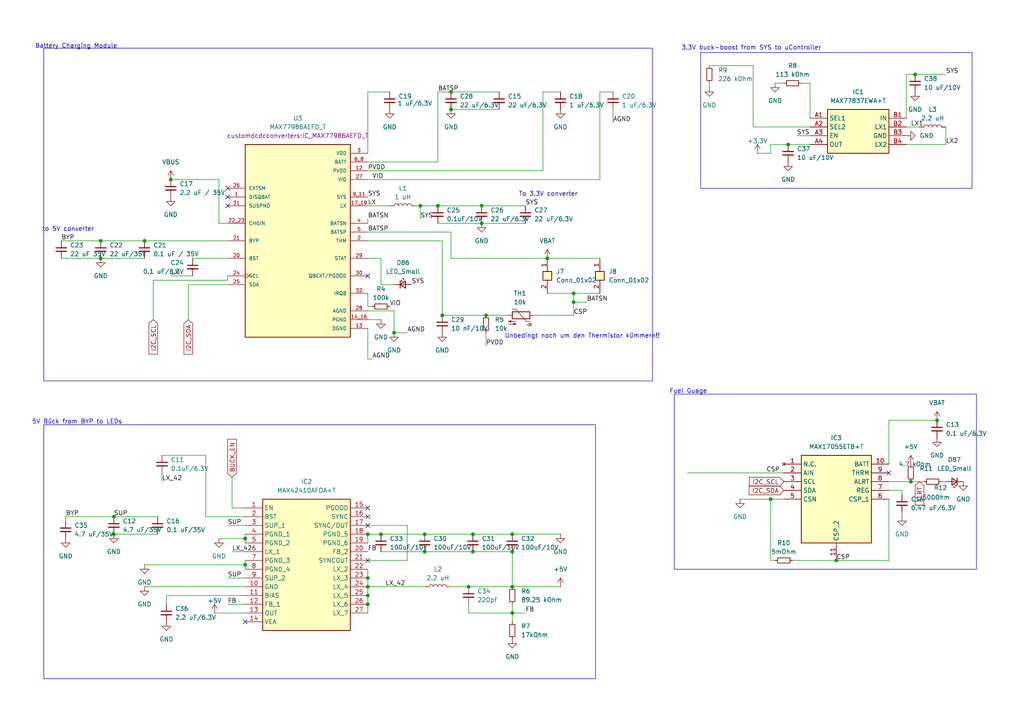
<source format=kicad_sch>
(kicad_sch (version 20231120) (generator "eeschema") (generator_version "8.0")
  (paper "A4")
  (lib_symbols
    (symbol "Conn_01x02_1" (pin_names (offset 1.016) hide)
      (property "Reference" "J7" (at 2.54 0.0001 0))
      (property "Value" "Conn_01x02" (at 2.54 -2.5399 0))
      (symbol "Conn_01x02_1_1_1"
        (rectangle (start -1.27 0) (end 1.27 -2.54) (stroke (width 0.254)) (fill (type background)))
        (pin passive line (at 0 3.81 270) (length 3.81) (name "Pin_1") (number "1"))
        (pin passive line (at 0 -6.35 90) (length 3.81) (name "Pin_2") (number "2"))
      )
    )
    (symbol "Connector_Generic:Conn_01x02" (pin_names (offset 1.016) hide)
      (property "Reference" "J8" (at 2.54 0.0001 0))
      (property "Value" "Conn_01x02" (at 2.54 -2.5399 0))
      (symbol "Conn_01x02_1_1"
        (rectangle (start -1.27 0) (end 1.27 -2.54) (stroke (width 0.254)) (fill (type background)))
        (pin passive line (at 0 3.81 270) (length 3.81) (name "Pin_1") (number "1"))
        (pin passive line (at 0 -6.35 90) (length 3.81) (name "Pin_2") (number "2"))
      )
    )
    (symbol "Device:C_Small" (pin_numbers hide) (pin_names (offset 0.254) hide)
      (property "Reference" "C" (at 0.254 1.778 0))
      (property "Value" "C_Small" (at 0.254 -2.032 0))
      (symbol "C_Small_0_1"
        (polyline (pts (xy -1.524 -0.508) (xy 1.524 -0.508)) (stroke (width 0.3302)))
        (polyline (pts (xy -1.524 0.508) (xy 1.524 0.508)) (stroke (width 0.3048)))
      )
      (symbol "C_Small_1_1"
        (pin passive line (at 0 2.54 270) (length 2.032) (name "~") (number "1"))
        (pin passive line (at 0 -2.54 90) (length 2.032) (name "~") (number "2"))
      )
    )
    (symbol "Device:L" (pin_numbers hide) (pin_names (offset 1.016) hide)
      (property "Reference" "L" (at -1.27 0 90))
      (property "Value" "L" (at 1.905 0 90))
      (symbol "L_0_1"
        (arc (start 0 -2.54) (mid 0.6323 -1.905) (end 0 -1.27))
        (arc (start 0 -1.27) (mid 0.6323 -0.635) (end 0 0))
        (arc (start 0 0) (mid 0.6323 0.635) (end 0 1.27))
        (arc (start 0 1.27) (mid 0.6323 1.905) (end 0 2.54))
      )
      (symbol "L_1_1"
        (pin passive line (at 0 3.81 270) (length 1.27) (name "1") (number "1"))
        (pin passive line (at 0 -3.81 90) (length 1.27) (name "2") (number "2"))
      )
    )
    (symbol "Device:LED_Small" (pin_numbers hide) (pin_names (offset 0.254) hide)
      (property "Reference" "D" (at -1.27 3.175 0))
      (property "Value" "LED_Small" (at -4.445 -2.54 0))
      (symbol "LED_Small_0_1"
        (polyline (pts (xy -0.762 -1.016) (xy -0.762 1.016)) (stroke (width 0.254)))
        (polyline (pts (xy 1.016 0) (xy -0.762 0)))
        (polyline (pts (xy 0.762 -1.016) (xy -0.762 0) (xy 0.762 1.016) (xy 0.762 -1.016)) (stroke (width 0.254)))
        (polyline (pts (xy 0 0.762) (xy -0.508 1.27) (xy -0.254 1.27) (xy -0.508 1.27) (xy -0.508 1.016)))
        (polyline (pts (xy 0.508 1.27) (xy 0 1.778) (xy 0.254 1.778) (xy 0 1.778) (xy 0 1.524)))
      )
      (symbol "LED_Small_1_1"
        (pin passive line (at -2.54 0 0) (length 1.778) (name "K") (number "1"))
        (pin passive line (at 2.54 0 180) (length 1.778) (name "A") (number "2"))
      )
    )
    (symbol "Device:R_Small" (pin_numbers hide) (pin_names (offset 0.254) hide)
      (property "Reference" "R" (at 0.762 0.508 0))
      (property "Value" "R_Small" (at 0.762 -1.016 0))
      (symbol "R_Small_0_1"
        (rectangle (start -0.762 1.778) (end 0.762 -1.778) (stroke (width 0.2032)))
      )
      (symbol "R_Small_1_1"
        (pin passive line (at 0 2.54 270) (length 0.762) (name "~") (number "1"))
        (pin passive line (at 0 -2.54 90) (length 0.762) (name "~") (number "2"))
      )
    )
    (symbol "Device:Thermistor_NTC" (pin_numbers hide) (pin_names (offset 0))
      (property "Reference" "TH" (at -4.445 0 90))
      (property "Value" "Thermistor_NTC" (at 3.175 0 90))
      (symbol "Thermistor_NTC_0_1"
        (arc (start -3.048 2.159) (mid -3.0495 2.3143) (end -3.175 2.413))
        (arc (start -3.048 2.159) (mid -2.9736 1.9794) (end -2.794 1.905))
        (arc (start -3.048 2.794) (mid -2.9736 2.6144) (end -2.794 2.54))
        (arc (start -2.794 1.905) (mid -2.6144 1.9794) (end -2.54 2.159))
        (arc (start -2.794 2.54) (mid -2.4393 2.5587) (end -2.159 2.794))
        (arc (start -2.794 3.048) (mid -2.9736 2.9736) (end -3.048 2.794))
        (arc (start -2.54 2.794) (mid -2.6144 2.9736) (end -2.794 3.048))
        (rectangle (start -1.016 2.54) (end 1.016 -2.54) (stroke (width 0.254)))
        (polyline (pts (xy -2.54 2.159) (xy -2.54 2.794)))
        (polyline (pts (xy -1.778 2.54) (xy -1.778 1.524) (xy 1.778 -1.524) (xy 1.778 -2.54)))
        (polyline (pts (xy -2.54 -3.683) (xy -2.54 -1.397) (xy -2.794 -2.159) (xy -2.286 -2.159) (xy -2.54 -1.397) (xy -2.54 -1.651)) (fill (type outline)))
        (polyline (pts (xy -1.778 -1.397) (xy -1.778 -3.683) (xy -2.032 -2.921) (xy -1.524 -2.921) (xy -1.778 -3.683) (xy -1.778 -3.429)) (fill (type outline)))
      )
      (symbol "Thermistor_NTC_1_1"
        (pin passive line (at 0 3.81 270) (length 1.27) (name "~") (number "1"))
        (pin passive line (at 0 -3.81 90) (length 1.27) (name "~") (number "2"))
      )
    )
    (symbol "custom_symbols:MAX17055ETB+T"
      (property "Reference" "IC" (at 26.67 7.62 0))
      (property "Value" "MAX17055ETB+T" (at 26.67 5.08 0))
      (symbol "MAX17055ETB+T_1_1"
        (rectangle (start 5.08 2.54) (end 25.4 -22.86) (stroke (width 0.254)) (fill (type background)))
        (pin no_connect line (at 0 0 0) (length 5.08) (name "N.C.") (number "1"))
        (pin passive line (at 30.48 0 180) (length 5.08) (name "BATT") (number "10"))
        (pin passive line (at 15.24 -27.94 90) (length 5.08) (name "CSP_2") (number "11"))
        (pin passive line (at 0 -2.54 0) (length 5.08) (name "AIN") (number "2"))
        (pin passive line (at 0 -5.08 0) (length 5.08) (name "SCL") (number "3"))
        (pin passive line (at 0 -7.62 0) (length 5.08) (name "SDA") (number "4"))
        (pin passive line (at 0 -10.16 0) (length 5.08) (name "CSN") (number "5"))
        (pin passive line (at 30.48 -10.16 180) (length 5.08) (name "CSP_1") (number "6"))
        (pin passive line (at 30.48 -7.62 180) (length 5.08) (name "REG") (number "7"))
        (pin passive line (at 30.48 -5.08 180) (length 5.08) (name "ALRT") (number "8"))
        (pin passive line (at 30.48 -2.54 180) (length 5.08) (name "THRM") (number "9"))
      )
    )
    (symbol "custom_symbols:MAX42410AFOA+T"
      (property "Reference" "IC" (at 31.75 7.62 0))
      (property "Value" "MAX42410AFOA+T" (at 31.75 5.08 0))
      (symbol "MAX42410AFOA+T_1_1"
        (rectangle (start 5.08 2.54) (end 30.48 -35.56) (stroke (width 0.254)) (fill (type background)))
        (pin passive line (at 0 0 0) (length 5.08) (name "EN") (number "1"))
        (pin passive line (at 0 -22.86 0) (length 5.08) (name "GND") (number "10"))
        (pin passive line (at 0 -25.4 0) (length 5.08) (name "BIAS") (number "11"))
        (pin passive line (at 0 -27.94 0) (length 5.08) (name "FB_1") (number "12"))
        (pin passive line (at 0 -30.48 0) (length 5.08) (name "OUT") (number "13"))
        (pin passive line (at 0 -33.02 0) (length 5.08) (name "VEA") (number "14"))
        (pin passive line (at 35.56 0 180) (length 5.08) (name "PGOOD") (number "15"))
        (pin passive line (at 35.56 -2.54 180) (length 5.08) (name "SYNC") (number "16"))
        (pin passive line (at 35.56 -5.08 180) (length 5.08) (name "SYNC/OUT") (number "17"))
        (pin passive line (at 35.56 -7.62 180) (length 5.08) (name "PGND_5") (number "18"))
        (pin passive line (at 35.56 -10.16 180) (length 5.08) (name "PGND_6") (number "19"))
        (pin passive line (at 0 -2.54 0) (length 5.08) (name "BST") (number "2"))
        (pin passive line (at 35.56 -12.7 180) (length 5.08) (name "FB_2") (number "20"))
        (pin passive line (at 35.56 -15.24 180) (length 5.08) (name "SYNCOUT") (number "21"))
        (pin passive line (at 35.56 -17.78 180) (length 5.08) (name "LX_2") (number "22"))
        (pin passive line (at 35.56 -20.32 180) (length 5.08) (name "LX_3") (number "23"))
        (pin passive line (at 35.56 -22.86 180) (length 5.08) (name "LX_4") (number "24"))
        (pin passive line (at 35.56 -25.4 180) (length 5.08) (name "LX_5") (number "25"))
        (pin passive line (at 35.56 -27.94 180) (length 5.08) (name "LX_6") (number "26"))
        (pin passive line (at 35.56 -30.48 180) (length 5.08) (name "LX_7") (number "27"))
        (pin passive line (at 0 -5.08 0) (length 5.08) (name "SUP_1") (number "3"))
        (pin passive line (at 0 -7.62 0) (length 5.08) (name "PGND_1") (number "4"))
        (pin passive line (at 0 -10.16 0) (length 5.08) (name "PGND_2") (number "5"))
        (pin passive line (at 0 -12.7 0) (length 5.08) (name "LX_1") (number "6"))
        (pin passive line (at 0 -15.24 0) (length 5.08) (name "PGND_3") (number "7"))
        (pin passive line (at 0 -17.78 0) (length 5.08) (name "PGND_4") (number "8"))
        (pin passive line (at 0 -20.32 0) (length 5.08) (name "SUP_2") (number "9"))
      )
    )
    (symbol "custom_symbols:MAX77837EWA+T"
      (property "Reference" "IC" (at 24.13 7.62 0))
      (property "Value" "MAX77837EWA+T" (at 24.13 5.08 0))
      (symbol "MAX77837EWA+T_1_1"
        (rectangle (start 5.08 2.54) (end 22.86 -10.16) (stroke (width 0.254)) (fill (type background)))
        (pin passive line (at 0 0 0) (length 5.08) (name "SEL1") (number "A1"))
        (pin passive line (at 0 -2.54 0) (length 5.08) (name "SEL2") (number "A2"))
        (pin passive line (at 0 -5.08 0) (length 5.08) (name "EN") (number "A3"))
        (pin passive line (at 0 -7.62 0) (length 5.08) (name "OUT") (number "A4"))
        (pin passive line (at 27.94 0 180) (length 5.08) (name "IN") (number "B1"))
        (pin passive line (at 27.94 -2.54 180) (length 5.08) (name "LX1") (number "B2"))
        (pin passive line (at 27.94 -5.08 180) (length 5.08) (name "GND") (number "B3"))
        (pin passive line (at 27.94 -7.62 180) (length 5.08) (name "LX2") (number "B4"))
      )
    )
    (symbol "custom_symbols:MAX77986AEFD_T" (pin_names (offset 1.016))
      (property "Reference" "U" (at -15.24 30.48 0))
      (property "Value" "MAX77986AEFD_T" (at -15.24 -30.48 0))
      (property "Footprint" "MAX77986AEFD_T:IC_MAX77986AEFD_T" (at 0 0 0))
      (symbol "MAX77986AEFD_T_0_0"
        (rectangle (start -15.24 -27.94) (end 15.24 27.94) (stroke (width 0.254)) (fill (type background)))
        (pin input line (at -20.32 12.7 0) (length 5.08) (name "DISQBAT") (number "1"))
        (pin power_in line (at 20.32 20.32 180) (length 5.08) (name "PVDD") (number "12"))
        (pin power_in line (at 20.32 -25.4 180) (length 5.08) (name "DGND") (number "13"))
        (pin power_in line (at 20.32 -22.86 180) (length 5.08) (name "PGND") (number "14_16"))
        (pin passive line (at 20.32 10.16 180) (length 5.08) (name "LX") (number "17_19"))
        (pin input line (at 20.32 0 180) (length 5.08) (name "THM") (number "2"))
        (pin passive line (at -20.32 -5.08 0) (length 5.08) (name "BST") (number "20"))
        (pin passive line (at -20.32 0 0) (length 5.08) (name "BYP") (number "21"))
        (pin input line (at -20.32 5.08 0) (length 5.08) (name "CHGIN") (number "22_23"))
        (pin input clock (at -20.32 -10.16 0) (length 5.08) (name "SCL") (number "24"))
        (pin input line (at -20.32 -12.7 0) (length 5.08) (name "SDA") (number "25"))
        (pin input line (at -20.32 15.24 0) (length 5.08) (name "EXTSM") (number "26"))
        (pin power_in line (at 20.32 17.78 180) (length 5.08) (name "VIO") (number "27"))
        (pin power_in line (at 20.32 -20.32 180) (length 5.08) (name "AGND") (number "28"))
        (pin output line (at 20.32 -5.08 180) (length 5.08) (name "STAT") (number "29"))
        (pin power_in line (at 20.32 25.4 180) (length 5.08) (name "VDD") (number "3"))
        (pin output line (at 20.32 -10.16 180) (length 5.08) (name "QBEXT/PGOOD") (number "30"))
        (pin input line (at -20.32 10.16 0) (length 5.08) (name "SUSPND") (number "31"))
        (pin output line (at 20.32 -15.24 180) (length 5.08) (name "IRQB") (number "32"))
        (pin passive line (at 20.32 5.08 180) (length 5.08) (name "BATSN") (number "4"))
        (pin passive line (at 20.32 2.54 180) (length 5.08) (name "BATSP") (number "5"))
        (pin power_in line (at 20.32 22.86 180) (length 5.08) (name "BATT") (number "6_8"))
        (pin power_in line (at 20.32 12.7 180) (length 5.08) (name "SYS") (number "9_11"))
      )
    )
    (symbol "power:+5V" (power) (pin_numbers hide) (pin_names (offset 0) hide)
      (property "Value" "+5V" (at 0 3.556 0))
      (symbol "+5V_0_1"
        (polyline (pts (xy -0.762 1.27) (xy 0 2.54)))
        (polyline (pts (xy 0 0) (xy 0 2.54)))
        (polyline (pts (xy 0 2.54) (xy 0.762 1.27)))
      )
      (symbol "+5V_1_1"
        (pin power_in line (at 0 0 90) (length 0) (name "~") (number "1"))
      )
    )
    (symbol "power:GND" (power) (pin_numbers hide) (pin_names (offset 0) hide)
      (property "Value" "GND" (at 0 -3.81 0))
      (symbol "GND_0_1"
        (polyline (pts (xy 0 0) (xy 0 -1.27) (xy 1.27 -1.27) (xy 0 -2.54) (xy -1.27 -1.27) (xy 0 -1.27)))
      )
      (symbol "GND_1_1"
        (pin power_in line (at 0 0 270) (length 0) (name "~") (number "1"))
      )
    )
    (symbol "power:VBUS" (power) (pin_numbers hide) (pin_names (offset 0) hide)
      (property "Value" "VBUS" (at 0 3.556 0))
      (symbol "VBUS_0_1"
        (polyline (pts (xy -0.762 1.27) (xy 0 2.54)))
        (polyline (pts (xy 0 0) (xy 0 2.54)))
        (polyline (pts (xy 0 2.54) (xy 0.762 1.27)))
      )
      (symbol "VBUS_1_1"
        (pin power_in line (at 0 0 90) (length 0) (name "~") (number "1"))
      )
    )
  )
  (junction (at 139.7 64.77))
  (junction (at 265.43 21.59))
  (junction (at 33.02 154.94))
  (junction (at 139.7 59.69))
  (junction (at 71.12 163.83))
  (junction (at 106.68 167.64))
  (junction (at 166.37 85.09))
  (junction (at 29.21 74.93))
  (junction (at 121.92 59.69))
  (junction (at 49.53 52.07))
  (junction (at 137.16 154.94))
  (junction (at 137.16 160.02))
  (junction (at 106.68 172.72))
  (junction (at 128.27 91.44))
  (junction (at 106.68 170.18))
  (junction (at 148.59 160.02))
  (junction (at 148.59 177.8))
  (junction (at 71.12 156.21))
  (junction (at 106.68 154.94))
  (junction (at 110.49 154.94))
  (junction (at 271.78 121.92))
  (junction (at 148.59 170.18))
  (junction (at 127 59.69))
  (junction (at 228.6 41.91))
  (junction (at 123.19 160.02))
  (junction (at 41.91 69.85))
  (junction (at 140.97 91.44))
  (junction (at 166.37 87.63))
  (junction (at 223.52 144.78))
  (junction (at 33.02 149.86))
  (junction (at 264.16 139.7))
  (junction (at 29.21 69.85))
  (junction (at 123.19 154.94))
  (junction (at 114.3 96.52))
  (junction (at 130.81 26.67))
  (junction (at 135.89 170.18))
  (junction (at 130.81 31.75))
  (junction (at 106.68 175.26))
  (junction (at 158.75 74.93))
  (junction (at 242.57 162.56))
  (junction (at 148.59 154.94))
  (no_connect (at 66.04 57.15))
  (no_connect (at 66.04 59.69))
  (no_connect (at 106.68 80.01))
  (no_connect (at 106.68 147.32))
  (no_connect (at 71.12 180.34))
  (no_connect (at 106.68 152.4))
  (no_connect (at 257.81 137.16))
  (no_connect (at 66.04 54.61))
  (no_connect (at 106.68 162.56))
  (no_connect (at 106.68 149.86))
  (wire (pts (xy 107.95 104.14) (xy 106.68 104.14)))
  (wire (pts (xy 224.79 24.13) (xy 227.33 24.13)))
  (wire (pts (xy 67.31 138.43) (xy 67.31 147.32)))
  (wire (pts (xy 130.81 74.93) (xy 158.75 74.93)))
  (wire (pts (xy 147.32 91.44) (xy 140.97 91.44)))
  (wire (pts (xy 173.99 26.67) (xy 177.8 26.67)))
  (wire (pts (xy 106.68 154.94) (xy 106.68 157.48)))
  (wire (pts (xy 205.74 19.05) (xy 218.44 19.05)))
  (wire (pts (xy 273.05 139.7) (xy 274.32 139.7)))
  (wire (pts (xy 262.89 21.59) (xy 262.89 34.29)))
  (wire (pts (xy 135.89 170.18) (xy 148.59 170.18)))
  (wire (pts (xy 223.52 144.78) (xy 227.33 144.78)))
  (wire (pts (xy 148.59 170.18) (xy 162.56 170.18)))
  (wire (pts (xy 130.81 67.31) (xy 130.81 74.93)))
  (wire (pts (xy 257.81 144.78) (xy 257.81 162.56)))
  (wire (pts (xy 67.31 147.32) (xy 71.12 147.32)))
  (wire (pts (xy 110.49 154.94) (xy 123.19 154.94)))
  (wire (pts (xy 173.99 26.67) (xy 173.99 52.07)))
  (wire (pts (xy 274.32 41.91) (xy 262.89 41.91)))
  (wire (pts (xy 67.31 160.02) (xy 71.12 160.02)))
  (wire (pts (xy 106.68 152.4) (xy 118.11 152.4)))
  (wire (pts (xy 29.21 74.93) (xy 41.91 74.93)))
  (wire (pts (xy 46.99 132.08) (xy 59.69 132.08)))
  (wire (pts (xy 166.37 87.63) (xy 170.18 87.63)))
  (wire (pts (xy 148.59 154.94) (xy 162.56 154.94)))
  (wire (pts (xy 71.12 156.21) (xy 71.12 157.48)))
  (wire (pts (xy 158.75 74.93) (xy 173.99 74.93)))
  (wire (pts (xy 114.3 96.52) (xy 114.3 90.17)))
  (wire (pts (xy 121.92 63.5) (xy 121.92 59.69)))
  (wire (pts (xy 106.68 92.71) (xy 110.49 92.71)))
  (wire (pts (xy 110.49 160.02) (xy 123.19 160.02)))
  (wire (pts (xy 223.52 162.56) (xy 223.52 144.78)))
  (wire (pts (xy 106.68 67.31) (xy 130.81 67.31)))
  (wire (pts (xy 262.89 36.83) (xy 266.7 36.83)))
  (wire (pts (xy 71.12 162.56) (xy 71.12 163.83)))
  (wire (pts (xy 127 26.67) (xy 130.81 26.67)))
  (wire (pts (xy 158.75 85.09) (xy 166.37 85.09)))
  (wire (pts (xy 231.14 39.37) (xy 234.95 39.37)))
  (wire (pts (xy 166.37 85.09) (xy 166.37 87.63)))
  (wire (pts (xy 33.02 149.86) (xy 45.72 149.86)))
  (wire (pts (xy 261.62 143.51) (xy 261.62 142.24)))
  (wire (pts (xy 41.91 69.85) (xy 66.04 69.85)))
  (wire (pts (xy 106.68 88.9) (xy 106.68 85.09)))
  (wire (pts (xy 123.19 160.02) (xy 137.16 160.02)))
  (wire (pts (xy 148.59 175.26) (xy 148.59 177.8)))
  (wire (pts (xy 127 59.69) (xy 139.7 59.69)))
  (wire (pts (xy 218.44 19.05) (xy 218.44 36.83)))
  (wire (pts (xy 271.78 121.92) (xy 257.81 121.92)))
  (wire (pts (xy 49.53 80.01) (xy 55.88 80.01)))
  (wire (pts (xy 157.48 26.67) (xy 162.56 26.67)))
  (wire (pts (xy 114.3 96.52) (xy 118.11 96.52)))
  (wire (pts (xy 17.78 69.85) (xy 29.21 69.85)))
  (wire (pts (xy 33.02 154.94) (xy 45.72 154.94)))
  (wire (pts (xy 127 46.99) (xy 127 26.67)))
  (wire (pts (xy 106.68 46.99) (xy 127 46.99)))
  (wire (pts (xy 41.91 163.83) (xy 71.12 163.83)))
  (wire (pts (xy 139.7 64.77) (xy 152.4 64.77)))
  (wire (pts (xy 234.95 24.13) (xy 234.95 34.29)))
  (wire (pts (xy 110.49 82.55) (xy 114.3 82.55)))
  (wire (pts (xy 257.81 162.56) (xy 242.57 162.56)))
  (wire (pts (xy 135.89 175.26) (xy 135.89 177.8)))
  (wire (pts (xy 128.27 69.85) (xy 106.68 69.85)))
  (wire (pts (xy 223.52 44.45) (xy 219.71 44.45)))
  (wire (pts (xy 265.43 21.59) (xy 262.89 21.59)))
  (wire (pts (xy 234.95 24.13) (xy 232.41 24.13)))
  (wire (pts (xy 267.97 139.7) (xy 264.16 139.7)))
  (wire (pts (xy 148.59 177.8) (xy 148.59 180.34)))
  (wire (pts (xy 137.16 160.02) (xy 148.59 160.02)))
  (wire (pts (xy 135.89 177.8) (xy 148.59 177.8)))
  (wire (pts (xy 106.68 88.9) (xy 107.95 88.9)))
  (wire (pts (xy 106.68 167.64) (xy 106.68 170.18)))
  (wire (pts (xy 121.92 59.69) (xy 120.65 59.69)))
  (wire (pts (xy 54.61 82.55) (xy 66.04 82.55)))
  (wire (pts (xy 223.52 41.91) (xy 223.52 44.45)))
  (wire (pts (xy 55.88 74.93) (xy 66.04 74.93)))
  (wire (pts (xy 106.68 26.67) (xy 106.68 44.45)))
  (wire (pts (xy 118.11 152.4) (xy 118.11 162.56)))
  (wire (pts (xy 66.04 167.64) (xy 71.12 167.64)))
  (wire (pts (xy 106.68 63.5) (xy 106.68 64.77)))
  (wire (pts (xy 130.81 170.18) (xy 135.89 170.18)))
  (wire (pts (xy 166.37 87.63) (xy 166.37 91.44)))
  (wire (pts (xy 41.91 170.18) (xy 71.12 170.18)))
  (wire (pts (xy 106.68 172.72) (xy 106.68 175.26)))
  (wire (pts (xy 66.04 81.28) (xy 66.04 80.01)))
  (wire (pts (xy 44.45 81.28) (xy 66.04 81.28)))
  (wire (pts (xy 17.78 74.93) (xy 29.21 74.93)))
  (wire (pts (xy 63.5 64.77) (xy 66.04 64.77)))
  (wire (pts (xy 46.99 137.16) (xy 46.99 139.7)))
  (wire (pts (xy 148.59 177.8) (xy 152.4 177.8)))
  (wire (pts (xy 29.21 69.85) (xy 41.91 69.85)))
  (wire (pts (xy 54.61 92.71) (xy 54.61 82.55)))
  (wire (pts (xy 66.04 152.4) (xy 71.12 152.4)))
  (wire (pts (xy 66.04 175.26) (xy 71.12 175.26)))
  (wire (pts (xy 106.68 175.26) (xy 106.68 177.8)))
  (wire (pts (xy 106.68 154.94) (xy 110.49 154.94)))
  (wire (pts (xy 264.16 139.7) (xy 257.81 139.7)))
  (wire (pts (xy 205.74 24.13) (xy 205.74 25.4)))
  (wire (pts (xy 224.79 162.56) (xy 223.52 162.56)))
  (wire (pts (xy 261.62 142.24) (xy 257.81 142.24)))
  (wire (pts (xy 173.99 52.07) (xy 106.68 52.07)))
  (wire (pts (xy 128.27 91.44) (xy 128.27 69.85)))
  (wire (pts (xy 63.5 52.07) (xy 63.5 64.77)))
  (wire (pts (xy 71.12 163.83) (xy 71.12 165.1)))
  (wire (pts (xy 228.6 41.91) (xy 234.95 41.91)))
  (wire (pts (xy 121.92 59.69) (xy 127 59.69)))
  (wire (pts (xy 106.68 165.1) (xy 106.68 167.64)))
  (wire (pts (xy 127 64.77) (xy 139.7 64.77)))
  (wire (pts (xy 106.68 170.18) (xy 123.19 170.18)))
  (wire (pts (xy 106.68 104.14) (xy 106.68 95.25)))
  (wire (pts (xy 106.68 26.67) (xy 113.03 26.67)))
  (wire (pts (xy 139.7 59.69) (xy 152.4 59.69)))
  (wire (pts (xy 130.81 31.75) (xy 144.78 31.75)))
  (wire (pts (xy 48.26 172.72) (xy 48.26 175.26)))
  (wire (pts (xy 110.49 82.55) (xy 110.49 74.93)))
  (wire (pts (xy 59.69 132.08) (xy 59.69 149.86)))
  (wire (pts (xy 110.49 74.93) (xy 106.68 74.93)))
  (wire (pts (xy 214.63 144.78) (xy 223.52 144.78)))
  (wire (pts (xy 261.62 149.86) (xy 261.62 148.59)))
  (wire (pts (xy 106.68 59.69) (xy 113.03 59.69)))
  (wire (pts (xy 257.81 121.92) (xy 257.81 134.62)))
  (wire (pts (xy 19.05 149.86) (xy 33.02 149.86)))
  (wire (pts (xy 71.12 172.72) (xy 48.26 172.72)))
  (wire (pts (xy 44.45 92.71) (xy 44.45 81.28)))
  (wire (pts (xy 148.59 160.02) (xy 148.59 170.18)))
  (wire (pts (xy 118.11 162.56) (xy 106.68 162.56)))
  (wire (pts (xy 63.5 156.21) (xy 71.12 156.21)))
  (wire (pts (xy 177.8 31.75) (xy 177.8 35.56)))
  (wire (pts (xy 157.48 49.53) (xy 106.68 49.53)))
  (wire (pts (xy 137.16 154.94) (xy 148.59 154.94)))
  (wire (pts (xy 19.05 149.86) (xy 19.05 151.13)))
  (wire (pts (xy 130.81 26.67) (xy 144.78 26.67)))
  (wire (pts (xy 199.39 137.16) (xy 227.33 137.16)))
  (wire (pts (xy 62.23 177.8) (xy 71.12 177.8)))
  (wire (pts (xy 49.53 52.07) (xy 63.5 52.07)))
  (wire (pts (xy 71.12 154.94) (xy 71.12 156.21)))
  (wire (pts (xy 157.48 26.67) (xy 157.48 49.53)))
  (wire (pts (xy 106.68 170.18) (xy 106.68 172.72)))
  (wire (pts (xy 154.94 91.44) (xy 166.37 91.44)))
  (wire (pts (xy 123.19 154.94) (xy 137.16 154.94)))
  (wire (pts (xy 59.69 149.86) (xy 71.12 149.86)))
  (wire (pts (xy 140.97 91.44) (xy 128.27 91.44)))
  (wire (pts (xy 218.44 36.83) (xy 234.95 36.83)))
  (wire (pts (xy 166.37 85.09) (xy 173.99 85.09)))
  (wire (pts (xy 274.32 36.83) (xy 274.32 41.91)))
  (wire (pts (xy 140.97 96.52) (xy 140.97 100.33)))
  (wire (pts (xy 228.6 41.91) (xy 223.52 41.91)))
  (wire (pts (xy 229.87 162.56) (xy 242.57 162.56)))
  (wire (pts (xy 274.32 21.59) (xy 265.43 21.59)))
  (wire (pts (xy 114.3 90.17) (xy 106.68 90.17)))
  (rectangle (start 12.7 123.19) (end 172.72 196.85))
  (rectangle (start 12.7 13.97) (end 189.23 110.49))
  (rectangle (start 203.2 15.24) (end 281.94 54.61))
  (rectangle (start 195.58 114.3) (end 283.21 165.1))
  (text "Unbedingt noch um den Thermistor kümmern!!" (at 168.91 97.536 0) (effects (font (size 1.27 1.27))))
  (text "Battery Charging Module" (at 22.098 13.462 0) (effects (font (size 1.27 1.27))))
  (text "Fuel Guage" (at 199.644 113.538 0) (effects (font (size 1.27 1.27))))
  (text "3.3V buck-boost from SYS to uController" (at 217.932 13.97 0) (effects (font (size 1.27 1.27))))
  (text "To 3.3V converter" (at 159.004 56.388 0) (effects (font (size 1.27 1.27))))
  (text "5V Bûck from BYP to LEDs\n" (at 22.352 122.428 0) (effects (font (size 1.27 1.27))))
  (text "to 5V converter" (at 19.812 66.548 0) (effects (font (size 1.27 1.27))))
  (label "BATSN" (at 170.18 87.63 0))
  (label "BYP" (at 19.05 149.86 0))
  (label "SYS" (at 106.68 57.15 0))
  (label "BATSN" (at 106.68 63.5 0))
  (label "SYS" (at 119.38 82.55 0))
  (label "BATSP" (at 106.68 67.31 0))
  (label "LX1" (at 264.16 36.83 0))
  (label "CSP" (at 166.37 91.44 0))
  (label "SUP" (at 33.02 149.86 0))
  (label "AGND" (at 107.95 104.14 0))
  (label "LX2" (at 274.32 41.91 0))
  (label "SYS" (at 152.4 59.69 0))
  (label "FB" (at 66.04 175.26 0))
  (label "LX" (at 106.68 59.69 0))
  (label "CSP" (at 242.57 162.56 0))
  (label "LX_42" (at 111.76 170.18 0))
  (label "PVDD" (at 106.68 49.53 0))
  (label "VIO" (at 113.03 88.9 0))
  (label "PVDD" (at 140.97 100.33 0))
  (label "AGND" (at 118.11 96.52 0))
  (label "LX_42" (at 46.99 139.7 0))
  (label "BATSP" (at 127 26.67 0))
  (label "VIO" (at 107.95 52.07 0))
  (label "SUP" (at 66.04 152.4 0))
  (label "SYS" (at 274.32 21.59 0))
  (label "SYS" (at 121.92 63.5 0))
  (label "FB" (at 152.4 177.8 0))
  (label "CSP" (at 222.25 137.16 0))
  (label "SUP" (at 66.04 167.64 0))
  (label "LX_42" (at 67.31 160.02 0))
  (label "BYP" (at 17.78 69.85 0))
  (label "FB" (at 106.68 160.02 0))
  (label "AGND" (at 177.8 35.56 0))
  (label "SYS" (at 231.14 39.37 0))
  (label "LX" (at 49.53 80.01 0))
  (global_label "I2C_SCL" (shape input) (at 227.33 139.7 180) (property "Intersheetrefs" "${INTERSHEET_REFS}" (effects (hide yes))))
  (global_label "ALRT" (shape input) (at 266.7 139.7 270) (property "Intersheetrefs" "${INTERSHEET_REFS}" (effects (hide yes))))
  (global_label "I2C_SDA" (shape input) (at 227.33 142.24 180) (property "Intersheetrefs" "${INTERSHEET_REFS}" (effects (hide yes))))
  (global_label "I2C_SDA" (shape input) (at 54.61 92.71 270) (property "Intersheetrefs" "${INTERSHEET_REFS}" (effects (hide yes))))
  (global_label "I2C_SCL" (shape input) (at 44.45 92.71 270) (property "Intersheetrefs" "${INTERSHEET_REFS}" (effects (hide yes))))
  (global_label "BUCK_EN" (shape input) (at 67.31 138.43 90) (property "Intersheetrefs" "${INTERSHEET_REFS}" (effects (hide yes))))
  (symbol (lib_id "Device:R_Small") (at 110.49 88.9 90) (unit 1)
    (property "Reference" "R4" (at 110.49 83.82 90))
    (property "Value" "100k" (at 110.49 86.36 90))
    (property "Footprint" "Resistor_SMD:R_0805_2012Metric_Pad1.20x1.40mm_HandSolder" (effects (hide yes)))
    (property "Description" "Resistor, small symbol" (effects (hide yes)))
  )
  (symbol (lib_id "Device:R_Small") (at 227.33 162.56 90) (unit 1)
    (property "Reference" "R10" (at 227.33 157.48 90))
    (property "Value" "5mOhm" (at 227.33 160.02 90))
    (property "Footprint" "Resistor_SMD:R_0805_2012Metric_Pad1.20x1.40mm_HandSolder" (effects (hide yes)))
    (property "Description" "Resistor, small symbol" (effects (hide yes)))
  )
  (symbol (lib_id "Device:C_Small") (at 265.43 24.13 180) (unit 1)
    (property "Reference" "C38" (at 267.97 22.8535 0) (effects (justify right)))
    (property "Value" "10 uF/10V" (at 267.97 25.3935 0) (effects (justify right)))
    (property "Footprint" "Capacitor_SMD:C_0805_2012Metric_Pad1.18x1.45mm_HandSolder" (effects (hide yes)))
    (property "Description" "Unpolarized capacitor, small symbol" (effects (hide yes)))
  )
  (symbol (lib_id "Device:C_Small") (at 123.19 157.48 0) (unit 1)
    (property "Reference" "C30" (at 125.73 156.2162 0) (effects (justify left)))
    (property "Value" "100uF/10V" (at 125.73 158.7562 0) (effects (justify left)))
    (property "Footprint" "Capacitor_SMD:C_0805_2012Metric_Pad1.18x1.45mm_HandSolder" (effects (hide yes)))
    (property "Description" "Unpolarized capacitor, small symbol" (effects (hide yes)))
  )
  (symbol (lib_id "power:GND") (at 48.26 180.34 0) (unit 1)
    (property "Reference" "#PWR069" (effects (hide yes)))
    (property "Value" "GND" (at 48.26 185.42 0))
    (property "Description" "Power symbol creates a global label with name \"GND\" , ground" (effects (hide yes)))
  )
  (symbol (lib_id "Device:R_Small") (at 148.59 182.88 180) (unit 1)
    (property "Reference" "R7" (at 151.13 181.6099 0) (effects (justify right)))
    (property "Value" "17kOhm" (at 151.13 184.1499 0) (effects (justify right)))
    (property "Footprint" "Resistor_SMD:R_0805_2012Metric_Pad1.20x1.40mm_HandSolder" (effects (hide yes)))
    (property "Description" "Resistor, small symbol" (effects (hide yes)))
  )
  (symbol (lib_id "Device:C_Small") (at 271.78 124.46 0) (unit 1)
    (property "Reference" "C13" (at 274.32 123.1962 0) (effects (justify left)))
    (property "Value" "0.1 uF/6.3V" (at 274.32 125.7362 0) (effects (justify left)))
    (property "Footprint" "Capacitor_SMD:C_0805_2012Metric_Pad1.18x1.45mm_HandSolder" (effects (hide yes)))
    (property "Description" "Unpolarized capacitor, small symbol" (effects (hide yes)))
  )
  (symbol (lib_id "Device:C_Small") (at 137.16 157.48 0) (unit 1)
    (property "Reference" "C31" (at 139.7 156.2162 0) (effects (justify left)))
    (property "Value" "100uF/10V" (at 139.7 158.7562 0) (effects (justify left)))
    (property "Footprint" "Capacitor_SMD:C_0805_2012Metric_Pad1.18x1.45mm_HandSolder" (effects (hide yes)))
    (property "Description" "Unpolarized capacitor, small symbol" (effects (hide yes)))
  )
  (symbol (lib_id "Device:C_Small") (at 17.78 72.39 0) (unit 1)
    (property "Reference" "C23" (at 20.32 71.1262 0) (effects (justify left)))
    (property "Value" "22 uF 35V" (at 20.32 73.6662 0) (effects (justify left)))
    (property "Footprint" "Capacitor_SMD:C_0805_2012Metric_Pad1.18x1.45mm_HandSolder" (effects (hide yes)))
    (property "Description" "Unpolarized capacitor, small symbol" (effects (hide yes)))
  )
  (symbol (lib_id "power:GND") (at 49.53 57.15 0) (unit 1)
    (property "Reference" "#PWR044" (effects (hide yes)))
    (property "Value" "GND" (at 49.53 62.23 0))
    (property "Description" "Power symbol creates a global label with name \"GND\" , ground" (effects (hide yes)))
  )
  (symbol (lib_id "power:+5V") (at 162.56 170.18 0) (unit 1)
    (property "Reference" "#PWR041" (effects (hide yes)))
    (property "Value" "+5V" (at 162.56 165.1 0))
    (property "Description" "Power symbol creates a global label with name \"+5V\"" (effects (hide yes)))
  )
  (symbol (lib_id "Device:C_Small") (at 152.4 62.23 0) (unit 1)
    (property "Reference" "C27" (at 154.94 60.9662 0) (effects (justify left)))
    (property "Value" "22 uF/6.3V" (at 154.94 63.5062 0) (effects (justify left)))
    (property "Footprint" "Capacitor_SMD:C_0805_2012Metric_Pad1.18x1.45mm_HandSolder" (effects (hide yes)))
    (property "Description" "Unpolarized capacitor, small symbol" (effects (hide yes)))
  )
  (symbol (lib_id "power:VBUS") (at 158.75 74.93 0) (unit 1)
    (property "Reference" "#PWR032" (effects (hide yes)))
    (property "Value" "VBAT" (at 158.75 69.85 0))
    (property "Description" "Power symbol creates a global label with name \"VBUS\"" (effects (hide yes)))
  )
  (symbol (lib_id "Device:C_Small") (at 177.8 29.21 0) (unit 1)
    (property "Reference" "C20" (at 180.34 27.9462 0) (effects (justify left)))
    (property "Value" "1 uF/6.3V" (at 180.34 30.4862 0) (effects (justify left)))
    (property "Footprint" "Capacitor_SMD:C_0805_2012Metric_Pad1.18x1.45mm_HandSolder" (effects (hide yes)))
    (property "Description" "Unpolarized capacitor, small symbol" (effects (hide yes)))
  )
  (symbol (lib_id "Device:L") (at 127 170.18 90) (unit 1)
    (property "Reference" "L2" (at 127 165.1 90))
    (property "Value" "2.2 uH" (at 127 167.64 90))
    (property "Footprint" "customdcdcconverters:INDPM110100X400N" (effects (hide yes)))
    (property "Description" "Inductor" (effects (hide yes)))
  )
  (symbol (lib_id "power:GND") (at 162.56 31.75 0) (unit 1)
    (property "Reference" "#PWR045" (effects (hide yes)))
    (property "Value" "GND" (at 162.56 36.83 0))
    (property "Description" "Power symbol creates a global label with name \"GND\" , ground" (effects (hide yes)))
  )
  (symbol (lib_id "Device:L") (at 116.84 59.69 90) (unit 1)
    (property "Reference" "L1" (at 116.84 54.61 90))
    (property "Value" "1 uH" (at 116.84 57.15 90))
    (property "Footprint" "customdcdcconverters:INDC3225X120N" (effects (hide yes)))
    (property "Description" "Inductor" (effects (hide yes)))
  )
  (symbol (lib_id "Device:C_Small") (at 144.78 29.21 0) (unit 1)
    (property "Reference" "C15" (at 147.32 27.9462 0) (effects (justify left)))
    (property "Value" "22 uF/6.3V" (at 147.32 30.4862 0) (effects (justify left)))
    (property "Footprint" "Capacitor_SMD:C_0805_2012Metric_Pad1.18x1.45mm_HandSolder" (effects (hide yes)))
    (property "Description" "Unpolarized capacitor, small symbol" (effects (hide yes)))
  )
  (symbol (lib_id "Device:R_Small") (at 270.51 139.7 270) (unit 1)
    (property "Reference" "R12" (at 272.796 141.478 90))
    (property "Value" "500Ohm" (at 271.526 144.272 90))
    (property "Footprint" "Resistor_SMD:R_0805_2012Metric_Pad1.20x1.40mm_HandSolder" (effects (hide yes)))
    (property "Description" "Resistor, small symbol" (effects (hide yes)))
  )
  (symbol (lib_id "Device:C_Small") (at 135.89 172.72 0) (unit 1)
    (property "Reference" "C34" (at 138.43 171.4562 0) (effects (justify left)))
    (property "Value" "220pF" (at 138.43 173.9962 0) (effects (justify left)))
    (property "Footprint" "Capacitor_SMD:C_0805_2012Metric_Pad1.18x1.45mm_HandSolder" (effects (hide yes)))
    (property "Description" "Unpolarized capacitor, small symbol" (effects (hide yes)))
  )
  (symbol (lib_id "power:VBUS") (at 219.71 44.45 0) (unit 1)
    (property "Reference" "#PWR079" (effects (hide yes)))
    (property "Value" "+3.3V" (at 219.71 40.894 0))
    (property "Description" "Power symbol creates a global label with name \"VBUS\"" (effects (hide yes)))
  )
  (symbol (lib_id "Connector_Generic:Conn_01x02") (at 173.99 78.74 0) (unit 1)
    (property "Reference" "J8" (at 176.53 78.7399 0) (effects (justify left)))
    (property "Value" "Conn_01x02" (at 176.53 81.2799 0) (effects (justify left)))
    (property "Footprint" "Connector_JST:JST_EH_S2B-EH_1x02_P2.50mm_Horizontal" (effects (hide yes)))
    (property "Description" "Generic connector, single row, 01x02, script generated (kicad-library-utils/schlib/autogen/connector/)" (effects (hide yes)))
  )
  (symbol (lib_id "custom_symbols:MAX77837EWA+T") (at 234.95 34.29 0) (unit 1)
    (property "Reference" "IC1" (at 248.92 26.67 0))
    (property "Value" "MAX77837EWA+T" (at 248.92 29.21 0))
    (property "Footprint" "customdcdcconverters:BGA8C40P4X2_181X100X69" (effects (hide yes)))
    (property "Datasheet" "https://www.analog.com/MAX77837/datasheet" (effects (hide yes)))
    (property "Description" "Switching Voltage Regulators 5.5V 400mA/1050mA Switching Current 400nA IQ Buck-Boost Converter" (effects (hide yes)))
    (property "Height" "0.69" (effects (hide yes)))
    (property "Mouser Part Number" "700-MAX77837EWA+T" (effects (hide yes)))
    (property "Mouser Price/Stock" "https://www.mouser.co.uk/ProductDetail/Analog-Devices-Maxim-Integrated/MAX77837EWA%2bT?qs=Jm2GQyTW%2Fbg7b79mj22mHg%3D%3D" (effects (hide yes)))
    (property "Manufacturer_Name" "Analog Devices" (effects (hide yes)))
    (property "Manufacturer_Part_Number" "MAX77837EWA+T" (effects (hide yes)))
  )
  (symbol (lib_id "Device:C_Small") (at 110.49 157.48 0) (unit 1)
    (property "Reference" "C33" (at 113.03 156.2162 0) (effects (justify left)))
    (property "Value" "100uF/10V" (at 113.03 158.7562 0) (effects (justify left)))
    (property "Footprint" "Capacitor_SMD:C_0805_2012Metric_Pad1.18x1.45mm_HandSolder" (effects (hide yes)))
    (property "Description" "Unpolarized capacitor, small symbol" (effects (hide yes)))
  )
  (symbol (lib_id "power:GND") (at 224.79 24.13 0) (unit 1)
    (property "Reference" "#PWR073" (effects (hide yes)))
    (property "Value" "GND" (at 224.79 29.21 0))
    (property "Description" "Power symbol creates a global label with name \"GND\" , ground" (effects (hide yes)))
  )
  (symbol (lib_id "power:GND") (at 205.74 25.4 0) (unit 1)
    (property "Reference" "#PWR076" (effects (hide yes)))
    (property "Value" "GND" (at 205.74 30.48 0))
    (property "Description" "Power symbol creates a global label with name \"GND\" , ground" (effects (hide yes)))
  )
  (symbol (lib_id "power:GND") (at 114.3 96.52 0) (unit 1)
    (property "Reference" "#PWR082" (effects (hide yes)))
    (property "Value" "GND" (at 114.3 101.6 0))
    (property "Description" "Power symbol creates a global label with name \"GND\" , ground" (effects (hide yes)))
  )
  (symbol (lib_id "custom_symbols:MAX42410AFOA+T") (at 71.12 147.32 0) (unit 1)
    (property "Reference" "IC2" (at 88.9 139.7 0))
    (property "Value" "MAX42410AFOA+T" (at 88.9 142.24 0))
    (property "Footprint" "customdcdcconverters:MAX42410AFOAT" (effects (hide yes)))
    (property "Datasheet" "https://www.analog.com/MAX42410/datasheet" (effects (hide yes)))
    (property "Description" "36V, 8A/10A Fully Integrated Buck Converter with 10uA Quiescent Current and Dual-Phase Capability" (effects (hide yes)))
    (property "Height" "0.8" (effects (hide yes)))
    (property "Manufacturer_Name" "Analog Devices" (effects (hide yes)))
    (property "Manufacturer_Part_Number" "MAX42410AFOA+T" (effects (hide yes)))
  )
  (symbol (lib_id "power:GND") (at 279.4 139.7 0) (unit 1)
    (property "Reference" "#PWR081" (effects (hide yes)))
    (property "Value" "GND" (at 279.4 144.78 0))
    (property "Description" "Power symbol creates a global label with name \"GND\" , ground" (effects (hide yes)))
  )
  (symbol (lib_id "Device:R_Small") (at 205.74 21.59 180) (unit 1)
    (property "Reference" "R9" (at 208.28 20.3199 0) (effects (justify right)))
    (property "Value" "226 kOhm" (at 208.28 22.8599 0) (effects (justify right)))
    (property "Footprint" "Resistor_SMD:R_0805_2012Metric_Pad1.20x1.40mm_HandSolder" (effects (hide yes)))
    (property "Description" "Resistor, small symbol" (effects (hide yes)))
  )
  (symbol (lib_id "Device:C_Small") (at 49.53 54.61 0) (unit 1)
    (property "Reference" "C17" (at 52.07 53.3462 0) (effects (justify left)))
    (property "Value" "2.2 uF / 35V" (at 52.07 55.8862 0) (effects (justify left)))
    (property "Footprint" "Capacitor_SMD:C_0805_2012Metric_Pad1.18x1.45mm_HandSolder" (effects (hide yes)))
    (property "Description" "Unpolarized capacitor, small symbol" (effects (hide yes)))
  )
  (symbol (lib_id "Device:C_Small") (at 127 62.23 0) (unit 1)
    (property "Reference" "C25" (at 129.54 60.9662 0) (effects (justify left)))
    (property "Value" "0.1uF/10V" (at 129.54 63.5062 0) (effects (justify left)))
    (property "Footprint" "Capacitor_SMD:C_0805_2012Metric_Pad1.18x1.45mm_HandSolder" (effects (hide yes)))
    (property "Description" "Unpolarized capacitor, small symbol" (effects (hide yes)))
  )
  (symbol (lib_id "Device:R_Small") (at 264.16 137.16 0) (unit 1)
    (property "Reference" "R11" (at 266.7 135.8899 0) (effects (justify left)))
    (property "Value" "4.7 kOhm" (at 260.604 134.62 0) (effects (justify left)))
    (property "Footprint" "Resistor_SMD:R_0805_2012Metric_Pad1.20x1.40mm_HandSolder" (effects (hide yes)))
    (property "Description" "Resistor, small symbol" (effects (hide yes)))
  )
  (symbol (lib_id "power:GND") (at 162.56 154.94 0) (unit 1)
    (property "Reference" "#PWR040" (effects (hide yes)))
    (property "Value" "GND" (at 162.56 160.02 0))
    (property "Description" "Power symbol creates a global label with name \"GND\" , ground" (effects (hide yes)))
  )
  (symbol (lib_id "Device:R_Small") (at 229.87 24.13 90) (unit 1)
    (property "Reference" "R8" (at 229.87 19.05 90))
    (property "Value" "113 kOhm" (at 229.87 21.59 90))
    (property "Footprint" "Resistor_SMD:R_0805_2012Metric_Pad1.20x1.40mm_HandSolder" (effects (hide yes)))
    (property "Description" "Resistor, small symbol" (effects (hide yes)))
  )
  (symbol (lib_id "Device:LED_Small") (at 276.86 139.7 180) (unit 1)
    (property "Reference" "D87" (at 276.7965 133.35 0))
    (property "Value" "LED_Small" (at 276.7965 135.89 0))
    (property "Footprint" "custom_leds:KBEELP4112P1R2363X4X5R18" (effects (hide yes)))
    (property "Description" "Light emitting diode, small symbol" (effects (hide yes)))
  )
  (symbol (lib_id "power:GND") (at 41.91 170.18 0) (unit 1)
    (property "Reference" "#PWR038" (effects (hide yes)))
    (property "Value" "GND" (at 41.91 175.26 0))
    (property "Description" "Power symbol creates a global label with name \"GND\" , ground" (effects (hide yes)))
  )
  (symbol (lib_id "Device:Thermistor_NTC") (at 151.13 91.44 270) (mirror x) (unit 1)
    (property "Reference" "TH1" (at 150.8125 85.09 90))
    (property "Value" "10k" (at 150.8125 87.63 90))
    (property "Footprint" "customdcdcconverters:THRMC1608X95N" (effects (hide yes)))
    (property "Description" "Temperature dependent resistor, negative temperature coefficient" (effects (hide yes)))
  )
  (symbol (lib_id "power:GND") (at 41.91 163.83 0) (unit 1)
    (property "Reference" "#PWR035" (effects (hide yes)))
    (property "Value" "GND" (at 41.91 168.91 0))
    (property "Description" "Power symbol creates a global label with name \"GND\" , ground" (effects (hide yes)))
  )
  (symbol (lib_id "power:+5V") (at 62.23 177.8 0) (unit 1)
    (property "Reference" "#PWR070" (effects (hide yes)))
    (property "Value" "+5V" (at 62.23 174.244 0))
    (property "Description" "Power symbol creates a global label with name \"+5V\"" (effects (hide yes)))
  )
  (symbol (lib_id "Device:C_Small") (at 48.26 177.8 0) (unit 1)
    (property "Reference" "C36" (at 50.8 176.5362 0) (effects (justify left)))
    (property "Value" "2.2 uF/6.3V" (at 50.8 179.0762 0) (effects (justify left)))
    (property "Footprint" "Capacitor_SMD:C_0805_2012Metric_Pad1.18x1.45mm_HandSolder" (effects (hide yes)))
    (property "Description" "Unpolarized capacitor, small symbol" (effects (hide yes)))
  )
  (symbol (lib_id "power:VBUS") (at 49.53 52.07 0) (unit 1)
    (property "Reference" "#PWR043" (effects (hide yes)))
    (property "Value" "VBUS" (at 49.53 46.99 0))
    (property "Description" "Power symbol creates a global label with name \"VBUS\"" (effects (hide yes)))
  )
  (symbol (lib_id "Device:C_Small") (at 139.7 62.23 0) (unit 1)
    (property "Reference" "C26" (at 142.24 60.9662 0) (effects (justify left)))
    (property "Value" "22 uF/6.3V" (at 142.24 63.5062 0) (effects (justify left)))
    (property "Footprint" "Capacitor_SMD:C_0805_2012Metric_Pad1.18x1.45mm_HandSolder" (effects (hide yes)))
    (property "Description" "Unpolarized capacitor, small symbol" (effects (hide yes)))
  )
  (symbol (lib_id "power:GND") (at 139.7 64.77 0) (unit 1)
    (property "Reference" "#PWR049" (effects (hide yes)))
    (property "Value" "GND" (at 139.7 69.85 0))
    (property "Description" "Power symbol creates a global label with name \"GND\" , ground" (effects (hide yes)))
  )
  (symbol (lib_id "Device:C_Small") (at 228.6 44.45 180) (unit 1)
    (property "Reference" "C37" (at 231.14 43.1735 0) (effects (justify right)))
    (property "Value" "10 uF/10V" (at 231.14 45.7135 0) (effects (justify right)))
    (property "Footprint" "Capacitor_SMD:C_0805_2012Metric_Pad1.18x1.45mm_HandSolder" (effects (hide yes)))
    (property "Description" "Unpolarized capacitor, small symbol" (effects (hide yes)))
  )
  (symbol (lib_id "Device:C_Small") (at 261.62 146.05 0) (unit 1)
    (property "Reference" "C14" (at 264.16 144.7862 0) (effects (justify left)))
    (property "Value" "0.47 uF/6.3V" (at 264.16 147.3262 0) (effects (justify left)))
    (property "Footprint" "Capacitor_SMD:C_0805_2012Metric_Pad1.18x1.45mm_HandSolder" (effects (hide yes)))
    (property "Description" "Unpolarized capacitor, small symbol" (effects (hide yes)))
  )
  (symbol (lib_id "power:GND") (at 33.02 154.94 0) (unit 1)
    (property "Reference" "#PWR039" (effects (hide yes)))
    (property "Value" "GND" (at 33.02 160.02 0))
    (property "Description" "Power symbol creates a global label with name \"GND\" , ground" (effects (hide yes)))
  )
  (symbol (lib_id "Device:C_Small") (at 148.59 157.48 0) (unit 1)
    (property "Reference" "C32" (at 151.13 156.2162 0) (effects (justify left)))
    (property "Value" "100uF/10V" (at 151.13 158.7562 0) (effects (justify left)))
    (property "Footprint" "Capacitor_SMD:C_0805_2012Metric_Pad1.18x1.45mm_HandSolder" (effects (hide yes)))
    (property "Description" "Unpolarized capacitor, small symbol" (effects (hide yes)))
  )
  (symbol (lib_name "Conn_01x02_1") (lib_id "Connector_Generic:Conn_01x02") (at 158.75 78.74 0) (unit 1)
    (property "Reference" "J7" (at 161.29 78.7399 0) (effects (justify left)))
    (property "Value" "Conn_01x02" (at 161.29 81.2799 0) (effects (justify left)))
    (property "Footprint" "Connector_JST:JST_EH_S2B-EH_1x02_P2.50mm_Horizontal" (effects (hide yes)))
    (property "Description" "Generic connector, single row, 01x02, script generated (kicad-library-utils/schlib/autogen/connector/)" (effects (hide yes)))
  )
  (symbol (lib_id "power:GND") (at 63.5 156.21 0) (unit 1)
    (property "Reference" "#PWR034" (effects (hide yes)))
    (property "Value" "GND" (at 63.5 161.29 0))
    (property "Description" "Power symbol creates a global label with name \"GND\" , ground" (effects (hide yes)))
  )
  (symbol (lib_id "Device:C_Small") (at 41.91 72.39 0) (unit 1)
    (property "Reference" "C21" (at 44.45 71.1262 0) (effects (justify left)))
    (property "Value" "0.1 uF / 35V" (at 44.45 73.6662 0) (effects (justify left)))
    (property "Footprint" "Capacitor_SMD:C_0805_2012Metric_Pad1.18x1.45mm_HandSolder" (effects (hide yes)))
    (property "Description" "Unpolarized capacitor, small symbol" (effects (hide yes)))
  )
  (symbol (lib_id "power:GND") (at 29.21 74.93 0) (unit 1)
    (property "Reference" "#PWR048" (effects (hide yes)))
    (property "Value" "GND" (at 29.21 80.01 0))
    (property "Description" "Power symbol creates a global label with name \"GND\" , ground" (effects (hide yes)))
  )
  (symbol (lib_id "Device:C_Small") (at 130.81 29.21 0) (unit 1)
    (property "Reference" "C28" (at 133.35 27.9462 0) (effects (justify left)))
    (property "Value" "22 uF/6.3V" (at 133.35 30.4862 0) (effects (justify left)))
    (property "Footprint" "Capacitor_SMD:C_0805_2012Metric_Pad1.18x1.45mm_HandSolder" (effects (hide yes)))
    (property "Description" "Unpolarized capacitor, small symbol" (effects (hide yes)))
  )
  (symbol (lib_id "power:GND") (at 128.27 96.52 0) (unit 1)
    (property "Reference" "#PWR051" (effects (hide yes)))
    (property "Value" "GND" (at 128.27 101.6 0))
    (property "Description" "Power symbol creates a global label with name \"GND\" , ground" (effects (hide yes)))
  )
  (symbol (lib_id "Device:C_Small") (at 29.21 72.39 0) (unit 1)
    (property "Reference" "C22" (at 31.75 71.1262 0) (effects (justify left)))
    (property "Value" "22 uF/35V" (at 31.75 73.6662 0) (effects (justify left)))
    (property "Footprint" "Capacitor_SMD:C_0805_2012Metric_Pad1.18x1.45mm_HandSolder" (effects (hide yes)))
    (property "Description" "Unpolarized capacitor, small symbol" (effects (hide yes)))
  )
  (symbol (lib_id "power:VBUS") (at 271.78 121.92 0) (unit 1)
    (property "Reference" "#PWR037" (effects (hide yes)))
    (property "Value" "VBAT" (at 271.78 116.84 0))
    (property "Description" "Power symbol creates a global label with name \"VBUS\"" (effects (hide yes)))
  )
  (symbol (lib_id "power:GND") (at 261.62 149.86 0) (unit 1)
    (property "Reference" "#PWR078" (effects (hide yes)))
    (property "Value" "GND" (at 261.62 154.94 0))
    (property "Description" "Power symbol creates a global label with name \"GND\" , ground" (effects (hide yes)))
  )
  (symbol (lib_id "power:GND") (at 19.05 156.21 0) (unit 1)
    (property "Reference" "#PWR068" (effects (hide yes)))
    (property "Value" "GND" (at 19.05 161.29 0))
    (property "Description" "Power symbol creates a global label with name \"GND\" , ground" (effects (hide yes)))
  )
  (symbol (lib_id "power:GND") (at 130.81 31.75 0) (unit 1)
    (property "Reference" "#PWR050" (effects (hide yes)))
    (property "Value" "GND" (at 130.81 36.83 0))
    (property "Description" "Power symbol creates a global label with name \"GND\" , ground" (effects (hide yes)))
  )
  (symbol (lib_id "Device:R_Small") (at 148.59 172.72 180) (unit 1)
    (property "Reference" "R6" (at 151.13 171.4499 0) (effects (justify right)))
    (property "Value" "89.25 kOhm" (at 151.13 173.9899 0) (effects (justify right)))
    (property "Footprint" "Resistor_SMD:R_0805_2012Metric_Pad1.20x1.40mm_HandSolder" (effects (hide yes)))
    (property "Description" "Resistor, small symbol" (effects (hide yes)))
  )
  (symbol (lib_id "power:GND") (at 271.78 127 0) (unit 1)
    (property "Reference" "#PWR077" (effects (hide yes)))
    (property "Value" "GND" (at 271.78 132.08 0))
    (property "Description" "Power symbol creates a global label with name \"GND\" , ground" (effects (hide yes)))
  )
  (symbol (lib_id "power:GND") (at 110.49 92.71 0) (unit 1)
    (property "Reference" "#PWR047" (effects (hide yes)))
    (property "Value" "GND" (at 110.49 97.79 0))
    (property "Description" "Power symbol creates a global label with name \"GND\" , ground" (effects (hide yes)))
  )
  (symbol (lib_id "Device:L") (at 270.51 36.83 90) (unit 1)
    (property "Reference" "L3" (at 270.51 31.75 90))
    (property "Value" "2.2 uH" (at 270.51 34.29 90))
    (property "Footprint" "customdcdcconverters:INDPM110100X400N" (effects (hide yes)))
    (property "Description" "Inductor" (effects (hide yes)))
  )
  (symbol (lib_id "power:GND") (at 262.89 39.37 90) (unit 1)
    (property "Reference" "#PWR071" (effects (hide yes)))
    (property "Value" "GND" (at 266.7 39.3699 90) (effects (justify right)))
    (property "Description" "Power symbol creates a global label with name \"GND\" , ground" (effects (hide yes)))
  )
  (symbol (lib_id "Device:C_Small") (at 19.05 153.67 0) (unit 1)
    (property "Reference" "C35" (at 21.59 152.4062 0) (effects (justify left)))
    (property "Value" "4.7 uF/35V" (at 21.59 154.9462 0) (effects (justify left)))
    (property "Footprint" "Capacitor_SMD:C_0805_2012Metric_Pad1.18x1.45mm_HandSolder" (effects (hide yes)))
    (property "Description" "Unpolarized capacitor, small symbol" (effects (hide yes)))
  )
  (symbol (lib_id "Device:R_Small") (at 140.97 93.98 180) (unit 1)
    (property "Reference" "R5" (at 143.51 92.7099 0) (effects (justify right)))
    (property "Value" "10k" (at 143.51 95.2499 0) (effects (justify right)))
    (property "Footprint" "Resistor_SMD:R_0805_2012Metric_Pad1.20x1.40mm_HandSolder" (effects (hide yes)))
    (property "Description" "Resistor, small symbol" (effects (hide yes)))
  )
  (symbol (lib_id "power:GND") (at 265.43 26.67 0) (unit 1)
    (property "Reference" "#PWR074" (effects (hide yes)))
    (property "Value" "GND" (at 265.43 31.75 0))
    (property "Description" "Power symbol creates a global label with name \"GND\" , ground" (effects (hide yes)))
  )
  (symbol (lib_id "custom_symbols:MAX17055ETB+T") (at 227.33 134.62 0) (unit 1)
    (property "Reference" "IC3" (at 242.57 127 0))
    (property "Value" "MAX17055ETB+T" (at 242.57 129.54 0))
    (property "Footprint" "customdcdcconverters:SON40P250X200X80-11N" (effects (hide yes)))
    (property "Datasheet" "https://datasheets.maximintegrated.com/en/ds/MAX17055.pdf" (effects (hide yes)))
    (property "Description" "Battery Management Stand-Alone Model Gauge m5 Fuel Gauge" (effects (hide yes)))
    (property "Height" "0.8" (effects (hide yes)))
    (property "Mouser Part Number" "700-MAX17055ETB+T" (effects (hide yes)))
    (property "Mouser Price/Stock" "https://www.mouser.co.uk/ProductDetail/Analog-Devices-Maxim-Integrated/MAX17055ETB%2bT?qs=u4fy%2FsgLU9MiRW9MH4Zm9g%3D%3D" (effects (hide yes)))
    (property "Manufacturer_Name" "Analog Devices" (effects (hide yes)))
    (property "Manufacturer_Part_Number" "MAX17055ETB+T" (effects (hide yes)))
  )
  (symbol (lib_id "Device:C_Small") (at 113.03 29.21 0) (unit 1)
    (property "Reference" "C19" (at 115.57 27.9462 0) (effects (justify left)))
    (property "Value" "1 uF/6.3V" (at 115.316 29.972 0) (effects (justify left)))
    (property "Footprint" "Capacitor_SMD:C_0805_2012Metric_Pad1.18x1.45mm_HandSolder" (effects (hide yes)))
    (property "Description" "Unpolarized capacitor, small symbol" (effects (hide yes)))
  )
  (symbol (lib_id "custom_symbols:MAX77986AEFD_T") (at 86.36 69.85 0) (unit 1)
    (property "Reference" "U3" (at 86.36 34.29 0))
    (property "Value" "MAX77986AEFD_T" (at 86.36 36.83 0))
    (property "Footprint" "customdcdcconverters:IC_MAX77986AEFD_T" (at 86.36 39.37 0))
    (property "MF" "Analog Devices" (effects (hide yes)))
    (property "MAXIMUM_PACKAGE_HEIGHT" "0.60mm" (effects (hide yes)))
    (property "Package" "None" (effects (hide yes)))
    (property "Price" "None" (effects (hide yes)))
    (property "Check_prices" "https://www.snapeda.com/parts/MAX77986AEFD+T/Analog+Devices/view-part/?ref=eda" (effects (hide yes)))
    (property "STANDARD" "Manufacturer Recommendations" (effects (hide yes)))
    (property "PARTREV" "0" (effects (hide yes)))
    (property "SnapEDA_Link" "https://www.snapeda.com/parts/MAX77986AEFD+T/Analog+Devices/view-part/?ref=snap" (effects (hide yes)))
    (property "MP" "MAX77986AEFD+T" (effects (hide yes)))
    (property "Purchase-URL" "https://www.snapeda.com/api/url_track_click_mouser/?unipart_id=12553525&manufacturer=Analog Devices&part_name=MAX77986AEFD+T&search_term=None" (effects (hide yes)))
    (property "Description_1" "\nBattery Management 19VIN, 3.5/5.5AOUT 1-Cell Li-ion/LiFePO4 Buck Charger for USB-C Power Delivery\n" (effects (hide yes)))
    (property "MANUFACTURER" "Analog Devices" (effects (hide yes)))
    (property "Availability" "In Stock" (effects (hide yes)))
    (property "SNAPEDA_PN" "MAX77986AEFD+T" (effects (hide yes)))
  )
  (symbol (lib_id "Device:C_Small") (at 45.72 152.4 0) (unit 1)
    (property "Reference" "C16" (at 48.26 151.1362 0) (effects (justify left)))
    (property "Value" "0.1 uF/35V" (at 48.26 153.6762 0) (effects (justify left)))
    (property "Footprint" "Capacitor_SMD:C_0805_2012Metric_Pad1.18x1.45mm_HandSolder" (effects (hide yes)))
    (property "Description" "Unpolarized capacitor, small symbol" (effects (hide yes)))
  )
  (symbol (lib_id "Device:LED_Small") (at 116.84 82.55 0) (unit 1)
    (property "Reference" "D86" (at 116.9035 76.2 0))
    (property "Value" "LED_Small" (at 116.9035 78.74 0))
    (property "Footprint" "custom_leds:KBEELP4112P1R2363X4X5R18" (effects (hide yes)))
    (property "Description" "Light emitting diode, small symbol" (effects (hide yes)))
  )
  (symbol (lib_id "Device:C_Small") (at 33.02 152.4 0) (unit 1)
    (property "Reference" "C12" (at 35.56 151.1362 0) (effects (justify left)))
    (property "Value" "4.7 uF/35V" (at 35.56 153.6762 0) (effects (justify left)))
    (property "Footprint" "Capacitor_SMD:C_0805_2012Metric_Pad1.18x1.45mm_HandSolder" (effects (hide yes)))
    (property "Description" "Unpolarized capacitor, small symbol" (effects (hide yes)))
  )
  (symbol (lib_id "power:GND") (at 113.03 31.75 0) (unit 1)
    (property "Reference" "#PWR046" (effects (hide yes)))
    (property "Value" "GND" (at 113.03 36.83 0))
    (property "Description" "Power symbol creates a global label with name \"GND\" , ground" (effects (hide yes)))
  )
  (symbol (lib_id "Device:C_Small") (at 128.27 93.98 0) (unit 1)
    (property "Reference" "C29" (at 130.81 92.7162 0) (effects (justify left)))
    (property "Value" "10 nF/10V" (at 130.81 95.2562 0) (effects (justify left)))
    (property "Footprint" "Capacitor_SMD:C_0805_2012Metric_Pad1.18x1.45mm_HandSolder" (effects (hide yes)))
    (property "Description" "Unpolarized capacitor, small symbol" (effects (hide yes)))
  )
  (symbol (lib_id "power:GND") (at 148.59 185.42 0) (unit 1)
    (property "Reference" "#PWR052" (effects (hide yes)))
    (property "Value" "GND" (at 148.59 190.5 0))
    (property "Description" "Power symbol creates a global label with name \"GND\" , ground" (effects (hide yes)))
  )
  (symbol (lib_id "power:GND") (at 228.6 46.99 0) (unit 1)
    (property "Reference" "#PWR072" (effects (hide yes)))
    (property "Value" "GND" (at 228.6 52.07 0))
    (property "Description" "Power symbol creates a global label with name \"GND\" , ground" (effects (hide yes)))
  )
  (symbol (lib_id "Device:C_Small") (at 162.56 29.21 0) (unit 1)
    (property "Reference" "C18" (at 165.1 27.9462 0) (effects (justify left)))
    (property "Value" "1 uF/6.3V" (at 165.1 30.4862 0) (effects (justify left)))
    (property "Footprint" "Capacitor_SMD:C_0805_2012Metric_Pad1.18x1.45mm_HandSolder" (effects (hide yes)))
    (property "Description" "Unpolarized capacitor, small symbol" (effects (hide yes)))
  )
  (symbol (lib_id "power:VBUS") (at 264.16 134.62 0) (unit 1)
    (property "Reference" "#PWR042" (effects (hide yes)))
    (property "Value" "+5V" (at 264.16 129.54 0))
    (property "Description" "Power symbol creates a global label with name \"VBUS\"" (effects (hide yes)))
  )
  (symbol (lib_id "Device:C_Small") (at 46.99 134.62 0) (unit 1)
    (property "Reference" "C11" (at 49.53 133.3562 0) (effects (justify left)))
    (property "Value" "0.1uF/6.3V" (at 49.53 135.8962 0) (effects (justify left)))
    (property "Footprint" "Capacitor_SMD:C_0805_2012Metric_Pad1.18x1.45mm_HandSolder" (effects (hide yes)))
    (property "Description" "Unpolarized capacitor, small symbol" (effects (hide yes)))
  )
  (symbol (lib_id "Device:C_Small") (at 55.88 77.47 0) (mirror y) (unit 1)
    (property "Reference" "C24" (at 53.34 76.2062 0) (effects (justify left)))
    (property "Value" "0.1 uF/6.3V" (at 53.34 78.7462 0) (effects (justify left)))
    (property "Footprint" "Capacitor_SMD:C_0805_2012Metric_Pad1.18x1.45mm_HandSolder" (effects (hide yes)))
    (property "Description" "Unpolarized capacitor, small symbol" (effects (hide yes)))
  )
  (symbol (lib_id "power:GND") (at 214.63 144.78 0) (unit 1)
    (property "Reference" "#PWR036" (effects (hide yes)))
    (property "Value" "GND" (at 214.63 149.86 0))
    (property "Description" "Power symbol creates a global label with name \"GND\" , ground" (effects (hide yes)))
  )
)
</source>
